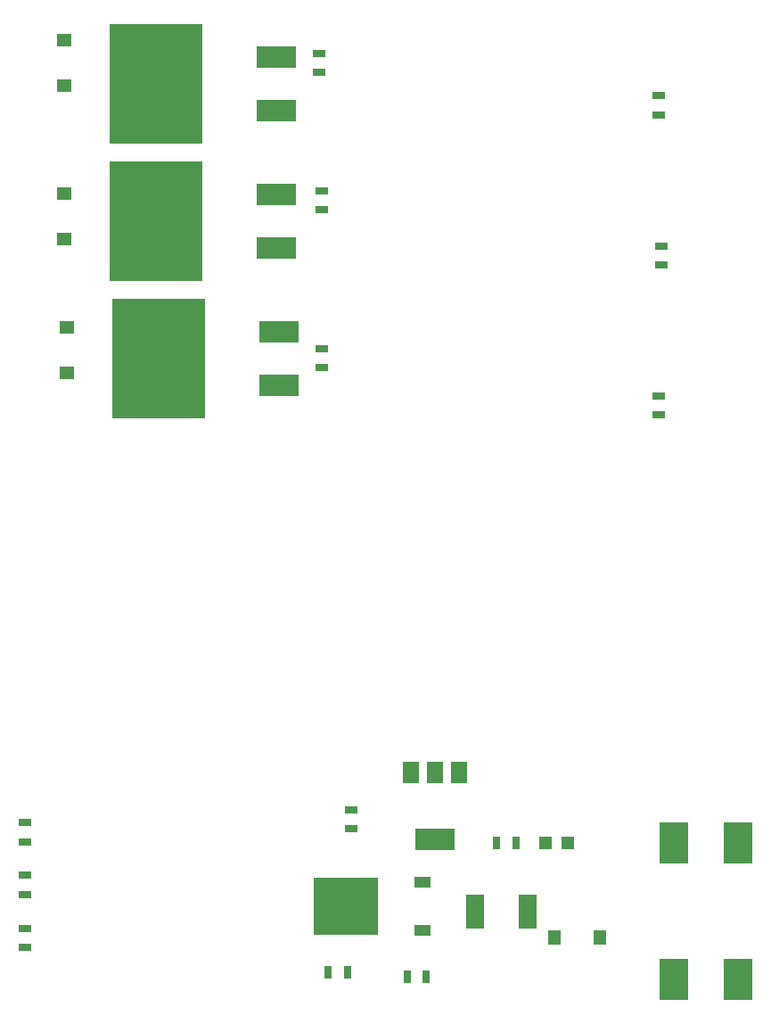
<source format=gbr>
G04 EAGLE Gerber RS-274X export*
G75*
%MOMM*%
%FSLAX34Y34*%
%LPD*%
%AMOC8*
5,1,8,0,0,1.08239X$1,22.5*%
G01*
%ADD10R,1.200000X0.800000*%
%ADD11R,1.200000X1.200000*%
%ADD12R,1.270000X1.470000*%
%ADD13R,0.800000X1.200000*%
%ADD14R,1.780000X3.200000*%
%ADD15R,1.498600X2.006600*%
%ADD16R,3.810000X2.006600*%
%ADD17R,2.800000X2.400000*%
%ADD18R,2.799081X1.485900*%
%ADD19R,6.200000X5.400000*%
%ADD20R,1.600000X1.000000*%
%ADD21R,1.470000X1.270000*%
%ADD22R,3.810000X2.082800*%
%ADD23R,8.890000X11.430000*%


D10*
X442500Y178500D03*
X442500Y196500D03*
D11*
X648000Y165000D03*
X627000Y165000D03*
D12*
X679000Y75000D03*
X636000Y75000D03*
D13*
X439000Y42500D03*
X421000Y42500D03*
X599000Y165000D03*
X581000Y165000D03*
D14*
X609900Y100000D03*
X560100Y100000D03*
D15*
X545106Y231496D03*
X522246Y231496D03*
X499386Y231496D03*
D16*
X522500Y168504D03*
D17*
X810000Y43000D03*
X810000Y157000D03*
X749000Y43000D03*
X749000Y157000D03*
D18*
X810000Y176391D03*
X748989Y176416D03*
X748989Y23610D03*
X810000Y23610D03*
D19*
X437500Y105000D03*
D20*
X510500Y82200D03*
X510500Y127800D03*
D13*
X496000Y37500D03*
X514000Y37500D03*
D10*
X412500Y914000D03*
X412500Y896000D03*
D21*
X170000Y883500D03*
X170000Y926500D03*
D22*
X371400Y859600D03*
X371400Y910400D03*
D23*
X257100Y885000D03*
D10*
X735000Y589000D03*
X735000Y571000D03*
X737500Y731500D03*
X737500Y713500D03*
X415000Y784000D03*
X415000Y766000D03*
D21*
X170000Y738500D03*
X170000Y781500D03*
D22*
X371400Y729600D03*
X371400Y780400D03*
D23*
X257100Y755000D03*
D10*
X415000Y634000D03*
X415000Y616000D03*
D21*
X172500Y611000D03*
X172500Y654000D03*
D22*
X373900Y599600D03*
X373900Y650400D03*
D23*
X259600Y625000D03*
D10*
X735000Y874000D03*
X735000Y856000D03*
X132500Y184000D03*
X132500Y166000D03*
X132500Y134000D03*
X132500Y116000D03*
X132500Y84000D03*
X132500Y66000D03*
M02*

</source>
